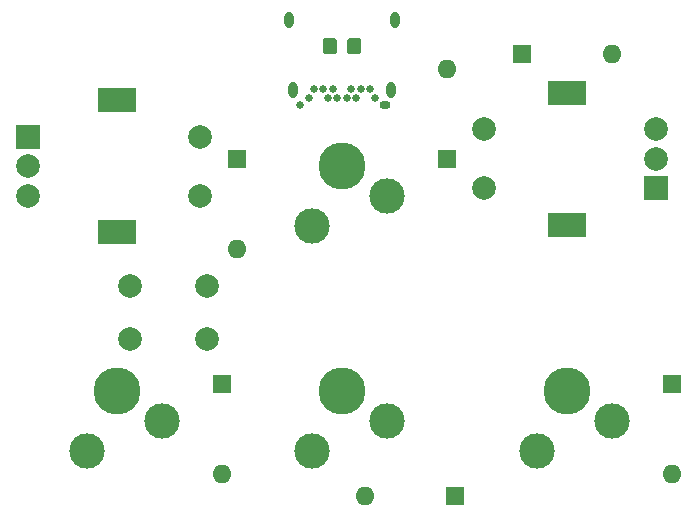
<source format=gbr>
G04 #@! TF.GenerationSoftware,KiCad,Pcbnew,5.1.2*
G04 #@! TF.CreationDate,2019-05-02T19:13:18+02:00*
G04 #@! TF.ProjectId,pcb,7063622e-6b69-4636-9164-5f7063625858,rev?*
G04 #@! TF.SameCoordinates,Original*
G04 #@! TF.FileFunction,Soldermask,Top*
G04 #@! TF.FilePolarity,Negative*
%FSLAX46Y46*%
G04 Gerber Fmt 4.6, Leading zero omitted, Abs format (unit mm)*
G04 Created by KiCad (PCBNEW 5.1.2) date 2019-05-02 19:13:18*
%MOMM*%
%LPD*%
G04 APERTURE LIST*
%ADD10C,3.987800*%
%ADD11C,3.000000*%
%ADD12R,2.000000X2.000000*%
%ADD13C,2.000000*%
%ADD14R,3.200000X2.000000*%
%ADD15C,0.100000*%
%ADD16C,1.150000*%
%ADD17C,0.650000*%
%ADD18O,0.950000X0.650000*%
%ADD19O,0.800000X1.400000*%
%ADD20O,1.600000X1.600000*%
%ADD21R,1.600000X1.600000*%
G04 APERTURE END LIST*
D10*
X158750000Y-95250000D03*
D11*
X162560000Y-97790000D03*
X156210000Y-100330000D03*
D10*
X139700000Y-114300000D03*
D11*
X143510000Y-116840000D03*
X137160000Y-119380000D03*
D10*
X158750000Y-114300000D03*
D11*
X162560000Y-116840000D03*
X156210000Y-119380000D03*
D10*
X177800000Y-114300000D03*
D11*
X181610000Y-116840000D03*
X175260000Y-119380000D03*
D12*
X132200000Y-92750000D03*
D13*
X132200000Y-95250000D03*
X132200000Y-97750000D03*
D14*
X139700000Y-89650000D03*
X139700000Y-100850000D03*
D13*
X146700000Y-92750000D03*
X146700000Y-97750000D03*
D12*
X185300000Y-97115000D03*
D13*
X185300000Y-94615000D03*
X185300000Y-92115000D03*
D14*
X177800000Y-100215000D03*
X177800000Y-89015000D03*
D13*
X170800000Y-97115000D03*
X170800000Y-92115000D03*
X140820000Y-105410000D03*
X140820000Y-109910000D03*
X147320000Y-105410000D03*
X147320000Y-109910000D03*
D15*
G36*
X160124505Y-84391204D02*
G01*
X160148773Y-84394804D01*
X160172572Y-84400765D01*
X160195671Y-84409030D01*
X160217850Y-84419520D01*
X160238893Y-84432132D01*
X160258599Y-84446747D01*
X160276777Y-84463223D01*
X160293253Y-84481401D01*
X160307868Y-84501107D01*
X160320480Y-84522150D01*
X160330970Y-84544329D01*
X160339235Y-84567428D01*
X160345196Y-84591227D01*
X160348796Y-84615495D01*
X160350000Y-84639999D01*
X160350000Y-85540001D01*
X160348796Y-85564505D01*
X160345196Y-85588773D01*
X160339235Y-85612572D01*
X160330970Y-85635671D01*
X160320480Y-85657850D01*
X160307868Y-85678893D01*
X160293253Y-85698599D01*
X160276777Y-85716777D01*
X160258599Y-85733253D01*
X160238893Y-85747868D01*
X160217850Y-85760480D01*
X160195671Y-85770970D01*
X160172572Y-85779235D01*
X160148773Y-85785196D01*
X160124505Y-85788796D01*
X160100001Y-85790000D01*
X159449999Y-85790000D01*
X159425495Y-85788796D01*
X159401227Y-85785196D01*
X159377428Y-85779235D01*
X159354329Y-85770970D01*
X159332150Y-85760480D01*
X159311107Y-85747868D01*
X159291401Y-85733253D01*
X159273223Y-85716777D01*
X159256747Y-85698599D01*
X159242132Y-85678893D01*
X159229520Y-85657850D01*
X159219030Y-85635671D01*
X159210765Y-85612572D01*
X159204804Y-85588773D01*
X159201204Y-85564505D01*
X159200000Y-85540001D01*
X159200000Y-84639999D01*
X159201204Y-84615495D01*
X159204804Y-84591227D01*
X159210765Y-84567428D01*
X159219030Y-84544329D01*
X159229520Y-84522150D01*
X159242132Y-84501107D01*
X159256747Y-84481401D01*
X159273223Y-84463223D01*
X159291401Y-84446747D01*
X159311107Y-84432132D01*
X159332150Y-84419520D01*
X159354329Y-84409030D01*
X159377428Y-84400765D01*
X159401227Y-84394804D01*
X159425495Y-84391204D01*
X159449999Y-84390000D01*
X160100001Y-84390000D01*
X160124505Y-84391204D01*
X160124505Y-84391204D01*
G37*
D16*
X159775000Y-85090000D03*
D15*
G36*
X158074505Y-84391204D02*
G01*
X158098773Y-84394804D01*
X158122572Y-84400765D01*
X158145671Y-84409030D01*
X158167850Y-84419520D01*
X158188893Y-84432132D01*
X158208599Y-84446747D01*
X158226777Y-84463223D01*
X158243253Y-84481401D01*
X158257868Y-84501107D01*
X158270480Y-84522150D01*
X158280970Y-84544329D01*
X158289235Y-84567428D01*
X158295196Y-84591227D01*
X158298796Y-84615495D01*
X158300000Y-84639999D01*
X158300000Y-85540001D01*
X158298796Y-85564505D01*
X158295196Y-85588773D01*
X158289235Y-85612572D01*
X158280970Y-85635671D01*
X158270480Y-85657850D01*
X158257868Y-85678893D01*
X158243253Y-85698599D01*
X158226777Y-85716777D01*
X158208599Y-85733253D01*
X158188893Y-85747868D01*
X158167850Y-85760480D01*
X158145671Y-85770970D01*
X158122572Y-85779235D01*
X158098773Y-85785196D01*
X158074505Y-85788796D01*
X158050001Y-85790000D01*
X157399999Y-85790000D01*
X157375495Y-85788796D01*
X157351227Y-85785196D01*
X157327428Y-85779235D01*
X157304329Y-85770970D01*
X157282150Y-85760480D01*
X157261107Y-85747868D01*
X157241401Y-85733253D01*
X157223223Y-85716777D01*
X157206747Y-85698599D01*
X157192132Y-85678893D01*
X157179520Y-85657850D01*
X157169030Y-85635671D01*
X157160765Y-85612572D01*
X157154804Y-85588773D01*
X157151204Y-85564505D01*
X157150000Y-85540001D01*
X157150000Y-84639999D01*
X157151204Y-84615495D01*
X157154804Y-84591227D01*
X157160765Y-84567428D01*
X157169030Y-84544329D01*
X157179520Y-84522150D01*
X157192132Y-84501107D01*
X157206747Y-84481401D01*
X157223223Y-84463223D01*
X157241401Y-84446747D01*
X157261107Y-84432132D01*
X157282150Y-84419520D01*
X157304329Y-84409030D01*
X157327428Y-84400765D01*
X157351227Y-84394804D01*
X157375495Y-84391204D01*
X157399999Y-84390000D01*
X158050001Y-84390000D01*
X158074505Y-84391204D01*
X158074505Y-84391204D01*
G37*
D16*
X157725000Y-85090000D03*
D17*
X156350000Y-88735000D03*
X157150000Y-88735000D03*
X157950000Y-88735000D03*
X159550000Y-88735000D03*
X160350000Y-88735000D03*
X161150000Y-88735000D03*
X155950000Y-89435000D03*
X157550000Y-89435000D03*
X158350000Y-89435000D03*
X159150000Y-89435000D03*
X159950000Y-89435000D03*
X161550000Y-89435000D03*
X155150000Y-90085000D03*
D18*
X162350000Y-90085000D03*
D19*
X154260000Y-82885000D03*
X163240000Y-82885000D03*
X162880000Y-88835000D03*
X154620000Y-88835000D03*
D20*
X148590000Y-121285000D03*
D21*
X148590000Y-113665000D03*
D20*
X160655000Y-123190000D03*
D21*
X168275000Y-123190000D03*
D20*
X186690000Y-121285000D03*
D21*
X186690000Y-113665000D03*
D20*
X149860000Y-102235000D03*
D21*
X149860000Y-94615000D03*
D20*
X167640000Y-86995000D03*
D21*
X167640000Y-94615000D03*
D20*
X181610000Y-85725000D03*
D21*
X173990000Y-85725000D03*
M02*

</source>
